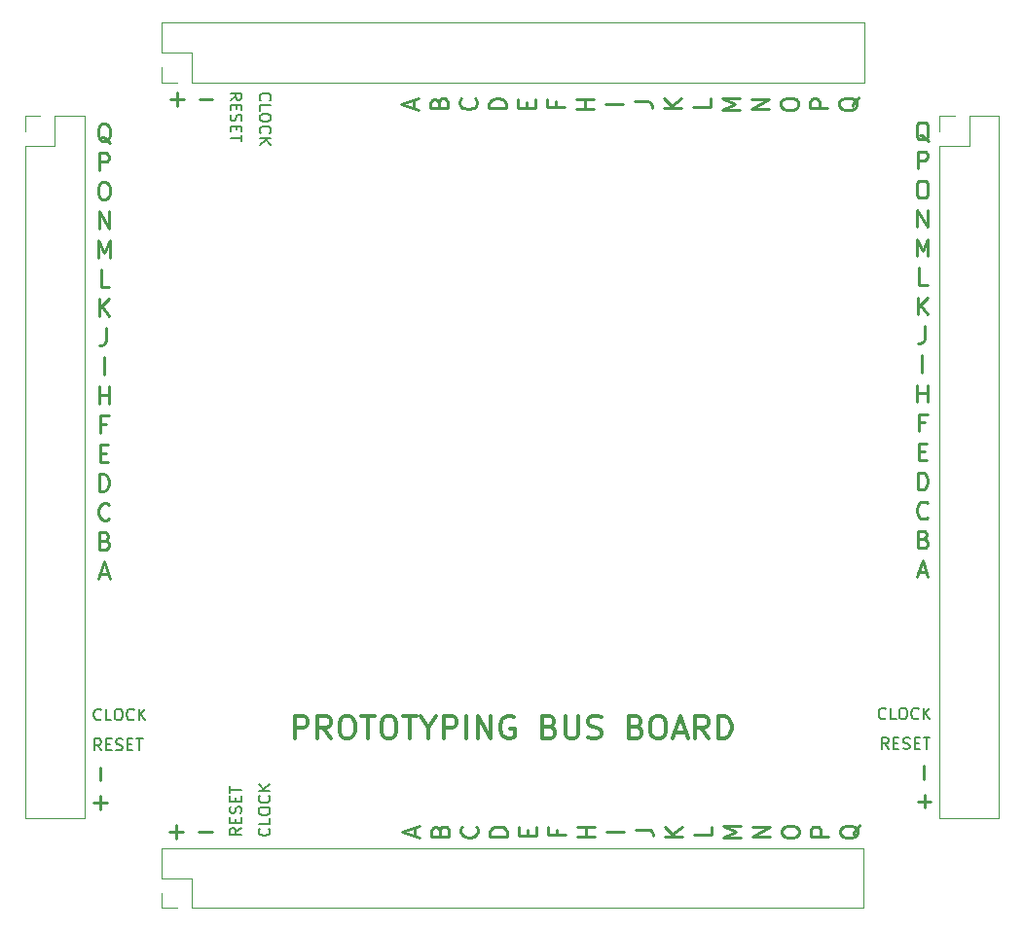
<source format=gbr>
%TF.GenerationSoftware,KiCad,Pcbnew,(5.1.10-1-10_14)*%
%TF.CreationDate,2021-09-15T12:17:34-04:00*%
%TF.ProjectId,prototype-bus-board,70726f74-6f74-4797-9065-2d6275732d62,rev?*%
%TF.SameCoordinates,Original*%
%TF.FileFunction,Legend,Top*%
%TF.FilePolarity,Positive*%
%FSLAX46Y46*%
G04 Gerber Fmt 4.6, Leading zero omitted, Abs format (unit mm)*
G04 Created by KiCad (PCBNEW (5.1.10-1-10_14)) date 2021-09-15 12:17:34*
%MOMM*%
%LPD*%
G01*
G04 APERTURE LIST*
%ADD10C,0.300000*%
%ADD11C,0.250000*%
%ADD12C,0.150000*%
%ADD13C,0.120000*%
G04 APERTURE END LIST*
D10*
X200617619Y-119414761D02*
X200617619Y-117414761D01*
X201379523Y-117414761D01*
X201570000Y-117510000D01*
X201665238Y-117605238D01*
X201760476Y-117795714D01*
X201760476Y-118081428D01*
X201665238Y-118271904D01*
X201570000Y-118367142D01*
X201379523Y-118462380D01*
X200617619Y-118462380D01*
X203760476Y-119414761D02*
X203093809Y-118462380D01*
X202617619Y-119414761D02*
X202617619Y-117414761D01*
X203379523Y-117414761D01*
X203570000Y-117510000D01*
X203665238Y-117605238D01*
X203760476Y-117795714D01*
X203760476Y-118081428D01*
X203665238Y-118271904D01*
X203570000Y-118367142D01*
X203379523Y-118462380D01*
X202617619Y-118462380D01*
X204998571Y-117414761D02*
X205379523Y-117414761D01*
X205570000Y-117510000D01*
X205760476Y-117700476D01*
X205855714Y-118081428D01*
X205855714Y-118748095D01*
X205760476Y-119129047D01*
X205570000Y-119319523D01*
X205379523Y-119414761D01*
X204998571Y-119414761D01*
X204808095Y-119319523D01*
X204617619Y-119129047D01*
X204522380Y-118748095D01*
X204522380Y-118081428D01*
X204617619Y-117700476D01*
X204808095Y-117510000D01*
X204998571Y-117414761D01*
X206427142Y-117414761D02*
X207570000Y-117414761D01*
X206998571Y-119414761D02*
X206998571Y-117414761D01*
X208617619Y-117414761D02*
X208998571Y-117414761D01*
X209189047Y-117510000D01*
X209379523Y-117700476D01*
X209474761Y-118081428D01*
X209474761Y-118748095D01*
X209379523Y-119129047D01*
X209189047Y-119319523D01*
X208998571Y-119414761D01*
X208617619Y-119414761D01*
X208427142Y-119319523D01*
X208236666Y-119129047D01*
X208141428Y-118748095D01*
X208141428Y-118081428D01*
X208236666Y-117700476D01*
X208427142Y-117510000D01*
X208617619Y-117414761D01*
X210046190Y-117414761D02*
X211189047Y-117414761D01*
X210617619Y-119414761D02*
X210617619Y-117414761D01*
X212236666Y-118462380D02*
X212236666Y-119414761D01*
X211570000Y-117414761D02*
X212236666Y-118462380D01*
X212903333Y-117414761D01*
X213570000Y-119414761D02*
X213570000Y-117414761D01*
X214331904Y-117414761D01*
X214522380Y-117510000D01*
X214617619Y-117605238D01*
X214712857Y-117795714D01*
X214712857Y-118081428D01*
X214617619Y-118271904D01*
X214522380Y-118367142D01*
X214331904Y-118462380D01*
X213570000Y-118462380D01*
X215570000Y-119414761D02*
X215570000Y-117414761D01*
X216522380Y-119414761D02*
X216522380Y-117414761D01*
X217665238Y-119414761D01*
X217665238Y-117414761D01*
X219665238Y-117510000D02*
X219474761Y-117414761D01*
X219189047Y-117414761D01*
X218903333Y-117510000D01*
X218712857Y-117700476D01*
X218617619Y-117890952D01*
X218522380Y-118271904D01*
X218522380Y-118557619D01*
X218617619Y-118938571D01*
X218712857Y-119129047D01*
X218903333Y-119319523D01*
X219189047Y-119414761D01*
X219379523Y-119414761D01*
X219665238Y-119319523D01*
X219760476Y-119224285D01*
X219760476Y-118557619D01*
X219379523Y-118557619D01*
X222808095Y-118367142D02*
X223093809Y-118462380D01*
X223189047Y-118557619D01*
X223284285Y-118748095D01*
X223284285Y-119033809D01*
X223189047Y-119224285D01*
X223093809Y-119319523D01*
X222903333Y-119414761D01*
X222141428Y-119414761D01*
X222141428Y-117414761D01*
X222808095Y-117414761D01*
X222998571Y-117510000D01*
X223093809Y-117605238D01*
X223189047Y-117795714D01*
X223189047Y-117986190D01*
X223093809Y-118176666D01*
X222998571Y-118271904D01*
X222808095Y-118367142D01*
X222141428Y-118367142D01*
X224141428Y-117414761D02*
X224141428Y-119033809D01*
X224236666Y-119224285D01*
X224331904Y-119319523D01*
X224522380Y-119414761D01*
X224903333Y-119414761D01*
X225093809Y-119319523D01*
X225189047Y-119224285D01*
X225284285Y-119033809D01*
X225284285Y-117414761D01*
X226141428Y-119319523D02*
X226427142Y-119414761D01*
X226903333Y-119414761D01*
X227093809Y-119319523D01*
X227189047Y-119224285D01*
X227284285Y-119033809D01*
X227284285Y-118843333D01*
X227189047Y-118652857D01*
X227093809Y-118557619D01*
X226903333Y-118462380D01*
X226522380Y-118367142D01*
X226331904Y-118271904D01*
X226236666Y-118176666D01*
X226141428Y-117986190D01*
X226141428Y-117795714D01*
X226236666Y-117605238D01*
X226331904Y-117510000D01*
X226522380Y-117414761D01*
X226998571Y-117414761D01*
X227284285Y-117510000D01*
X230331904Y-118367142D02*
X230617619Y-118462380D01*
X230712857Y-118557619D01*
X230808095Y-118748095D01*
X230808095Y-119033809D01*
X230712857Y-119224285D01*
X230617619Y-119319523D01*
X230427142Y-119414761D01*
X229665238Y-119414761D01*
X229665238Y-117414761D01*
X230331904Y-117414761D01*
X230522380Y-117510000D01*
X230617619Y-117605238D01*
X230712857Y-117795714D01*
X230712857Y-117986190D01*
X230617619Y-118176666D01*
X230522380Y-118271904D01*
X230331904Y-118367142D01*
X229665238Y-118367142D01*
X232046190Y-117414761D02*
X232427142Y-117414761D01*
X232617619Y-117510000D01*
X232808095Y-117700476D01*
X232903333Y-118081428D01*
X232903333Y-118748095D01*
X232808095Y-119129047D01*
X232617619Y-119319523D01*
X232427142Y-119414761D01*
X232046190Y-119414761D01*
X231855714Y-119319523D01*
X231665238Y-119129047D01*
X231570000Y-118748095D01*
X231570000Y-118081428D01*
X231665238Y-117700476D01*
X231855714Y-117510000D01*
X232046190Y-117414761D01*
X233665238Y-118843333D02*
X234617619Y-118843333D01*
X233474761Y-119414761D02*
X234141428Y-117414761D01*
X234808095Y-119414761D01*
X236617619Y-119414761D02*
X235950952Y-118462380D01*
X235474761Y-119414761D02*
X235474761Y-117414761D01*
X236236666Y-117414761D01*
X236427142Y-117510000D01*
X236522380Y-117605238D01*
X236617619Y-117795714D01*
X236617619Y-118081428D01*
X236522380Y-118271904D01*
X236427142Y-118367142D01*
X236236666Y-118462380D01*
X235474761Y-118462380D01*
X237474761Y-119414761D02*
X237474761Y-117414761D01*
X237950952Y-117414761D01*
X238236666Y-117510000D01*
X238427142Y-117700476D01*
X238522380Y-117890952D01*
X238617619Y-118271904D01*
X238617619Y-118557619D01*
X238522380Y-118938571D01*
X238427142Y-119129047D01*
X238236666Y-119319523D01*
X237950952Y-119414761D01*
X237474761Y-119414761D01*
D11*
X183627142Y-97862571D02*
X183627142Y-96362571D01*
X183984285Y-96362571D01*
X184198571Y-96434000D01*
X184341428Y-96576857D01*
X184412857Y-96719714D01*
X184484285Y-97005428D01*
X184484285Y-97219714D01*
X184412857Y-97505428D01*
X184341428Y-97648285D01*
X184198571Y-97791142D01*
X183984285Y-97862571D01*
X183627142Y-97862571D01*
X184127142Y-102156857D02*
X184341428Y-102228285D01*
X184412857Y-102299714D01*
X184484285Y-102442571D01*
X184484285Y-102656857D01*
X184412857Y-102799714D01*
X184341428Y-102871142D01*
X184198571Y-102942571D01*
X183627142Y-102942571D01*
X183627142Y-101442571D01*
X184127142Y-101442571D01*
X184270000Y-101514000D01*
X184341428Y-101585428D01*
X184412857Y-101728285D01*
X184412857Y-101871142D01*
X184341428Y-102014000D01*
X184270000Y-102085428D01*
X184127142Y-102156857D01*
X183627142Y-102156857D01*
X184020000Y-87702571D02*
X184020000Y-86202571D01*
X183627142Y-69922571D02*
X183627142Y-68422571D01*
X184198571Y-68422571D01*
X184341428Y-68494000D01*
X184412857Y-68565428D01*
X184484285Y-68708285D01*
X184484285Y-68922571D01*
X184412857Y-69065428D01*
X184341428Y-69136857D01*
X184198571Y-69208285D01*
X183627142Y-69208285D01*
X183698571Y-94536857D02*
X184198571Y-94536857D01*
X184412857Y-95322571D02*
X183698571Y-95322571D01*
X183698571Y-93822571D01*
X184412857Y-93822571D01*
X183662857Y-105054000D02*
X184377142Y-105054000D01*
X183520000Y-105482571D02*
X184020000Y-103982571D01*
X184520000Y-105482571D01*
X184484285Y-100259714D02*
X184412857Y-100331142D01*
X184198571Y-100402571D01*
X184055714Y-100402571D01*
X183841428Y-100331142D01*
X183698571Y-100188285D01*
X183627142Y-100045428D01*
X183555714Y-99759714D01*
X183555714Y-99545428D01*
X183627142Y-99259714D01*
X183698571Y-99116857D01*
X183841428Y-98974000D01*
X184055714Y-98902571D01*
X184198571Y-98902571D01*
X184412857Y-98974000D01*
X184484285Y-99045428D01*
X183591428Y-90242571D02*
X183591428Y-88742571D01*
X183591428Y-89456857D02*
X184448571Y-89456857D01*
X184448571Y-90242571D02*
X184448571Y-88742571D01*
X184234285Y-91996857D02*
X183734285Y-91996857D01*
X183734285Y-92782571D02*
X183734285Y-91282571D01*
X184448571Y-91282571D01*
X183627142Y-82622571D02*
X183627142Y-81122571D01*
X184484285Y-82622571D02*
X183841428Y-81765428D01*
X184484285Y-81122571D02*
X183627142Y-81979714D01*
X184591428Y-67525428D02*
X184448571Y-67454000D01*
X184305714Y-67311142D01*
X184091428Y-67096857D01*
X183948571Y-67025428D01*
X183805714Y-67025428D01*
X183877142Y-67382571D02*
X183734285Y-67311142D01*
X183591428Y-67168285D01*
X183520000Y-66882571D01*
X183520000Y-66382571D01*
X183591428Y-66096857D01*
X183734285Y-65954000D01*
X183877142Y-65882571D01*
X184162857Y-65882571D01*
X184305714Y-65954000D01*
X184448571Y-66096857D01*
X184520000Y-66382571D01*
X184520000Y-66882571D01*
X184448571Y-67168285D01*
X184305714Y-67311142D01*
X184162857Y-67382571D01*
X183877142Y-67382571D01*
X183520000Y-77542571D02*
X183520000Y-76042571D01*
X184020000Y-77114000D01*
X184520000Y-76042571D01*
X184520000Y-77542571D01*
X184484285Y-80082571D02*
X183770000Y-80082571D01*
X183770000Y-78582571D01*
X184234285Y-83662571D02*
X184234285Y-84734000D01*
X184162857Y-84948285D01*
X184020000Y-85091142D01*
X183805714Y-85162571D01*
X183662857Y-85162571D01*
X183877142Y-70962571D02*
X184162857Y-70962571D01*
X184305714Y-71034000D01*
X184448571Y-71176857D01*
X184520000Y-71462571D01*
X184520000Y-71962571D01*
X184448571Y-72248285D01*
X184305714Y-72391142D01*
X184162857Y-72462571D01*
X183877142Y-72462571D01*
X183734285Y-72391142D01*
X183591428Y-72248285D01*
X183520000Y-71962571D01*
X183520000Y-71462571D01*
X183591428Y-71176857D01*
X183734285Y-71034000D01*
X183877142Y-70962571D01*
X183591428Y-75002571D02*
X183591428Y-73502571D01*
X184448571Y-75002571D01*
X184448571Y-73502571D01*
X255781428Y-67395428D02*
X255638571Y-67324000D01*
X255495714Y-67181142D01*
X255281428Y-66966857D01*
X255138571Y-66895428D01*
X254995714Y-66895428D01*
X255067142Y-67252571D02*
X254924285Y-67181142D01*
X254781428Y-67038285D01*
X254710000Y-66752571D01*
X254710000Y-66252571D01*
X254781428Y-65966857D01*
X254924285Y-65824000D01*
X255067142Y-65752571D01*
X255352857Y-65752571D01*
X255495714Y-65824000D01*
X255638571Y-65966857D01*
X255710000Y-66252571D01*
X255710000Y-66752571D01*
X255638571Y-67038285D01*
X255495714Y-67181142D01*
X255352857Y-67252571D01*
X255067142Y-67252571D01*
X255067142Y-70832571D02*
X255352857Y-70832571D01*
X255495714Y-70904000D01*
X255638571Y-71046857D01*
X255710000Y-71332571D01*
X255710000Y-71832571D01*
X255638571Y-72118285D01*
X255495714Y-72261142D01*
X255352857Y-72332571D01*
X255067142Y-72332571D01*
X254924285Y-72261142D01*
X254781428Y-72118285D01*
X254710000Y-71832571D01*
X254710000Y-71332571D01*
X254781428Y-71046857D01*
X254924285Y-70904000D01*
X255067142Y-70832571D01*
X254710000Y-77412571D02*
X254710000Y-75912571D01*
X255210000Y-76984000D01*
X255710000Y-75912571D01*
X255710000Y-77412571D01*
X255674285Y-100129714D02*
X255602857Y-100201142D01*
X255388571Y-100272571D01*
X255245714Y-100272571D01*
X255031428Y-100201142D01*
X254888571Y-100058285D01*
X254817142Y-99915428D01*
X254745714Y-99629714D01*
X254745714Y-99415428D01*
X254817142Y-99129714D01*
X254888571Y-98986857D01*
X255031428Y-98844000D01*
X255245714Y-98772571D01*
X255388571Y-98772571D01*
X255602857Y-98844000D01*
X255674285Y-98915428D01*
X254781428Y-90112571D02*
X254781428Y-88612571D01*
X254781428Y-89326857D02*
X255638571Y-89326857D01*
X255638571Y-90112571D02*
X255638571Y-88612571D01*
X255654285Y-79926571D02*
X254940000Y-79926571D01*
X254940000Y-78426571D01*
X254888571Y-94406857D02*
X255388571Y-94406857D01*
X255602857Y-95192571D02*
X254888571Y-95192571D01*
X254888571Y-93692571D01*
X255602857Y-93692571D01*
X254852857Y-104924000D02*
X255567142Y-104924000D01*
X254710000Y-105352571D02*
X255210000Y-103852571D01*
X255710000Y-105352571D01*
X255424285Y-91866857D02*
X254924285Y-91866857D01*
X254924285Y-92652571D02*
X254924285Y-91152571D01*
X255638571Y-91152571D01*
X254817142Y-82492571D02*
X254817142Y-80992571D01*
X255674285Y-82492571D02*
X255031428Y-81635428D01*
X255674285Y-80992571D02*
X254817142Y-81849714D01*
X255404285Y-83506571D02*
X255404285Y-84578000D01*
X255332857Y-84792285D01*
X255190000Y-84935142D01*
X254975714Y-85006571D01*
X254832857Y-85006571D01*
X255190000Y-87546571D02*
X255190000Y-86046571D01*
X254817142Y-69792571D02*
X254817142Y-68292571D01*
X255388571Y-68292571D01*
X255531428Y-68364000D01*
X255602857Y-68435428D01*
X255674285Y-68578285D01*
X255674285Y-68792571D01*
X255602857Y-68935428D01*
X255531428Y-69006857D01*
X255388571Y-69078285D01*
X254817142Y-69078285D01*
X255317142Y-102026857D02*
X255531428Y-102098285D01*
X255602857Y-102169714D01*
X255674285Y-102312571D01*
X255674285Y-102526857D01*
X255602857Y-102669714D01*
X255531428Y-102741142D01*
X255388571Y-102812571D01*
X254817142Y-102812571D01*
X254817142Y-101312571D01*
X255317142Y-101312571D01*
X255460000Y-101384000D01*
X255531428Y-101455428D01*
X255602857Y-101598285D01*
X255602857Y-101741142D01*
X255531428Y-101884000D01*
X255460000Y-101955428D01*
X255317142Y-102026857D01*
X254817142Y-102026857D01*
X254817142Y-97732571D02*
X254817142Y-96232571D01*
X255174285Y-96232571D01*
X255388571Y-96304000D01*
X255531428Y-96446857D01*
X255602857Y-96589714D01*
X255674285Y-96875428D01*
X255674285Y-97089714D01*
X255602857Y-97375428D01*
X255531428Y-97518285D01*
X255388571Y-97661142D01*
X255174285Y-97732571D01*
X254817142Y-97732571D01*
X254781428Y-74872571D02*
X254781428Y-73372571D01*
X255638571Y-74872571D01*
X255638571Y-73372571D01*
X211050000Y-127867142D02*
X211050000Y-127152857D01*
X211478571Y-128010000D02*
X209978571Y-127510000D01*
X211478571Y-127010000D01*
X247038571Y-127902857D02*
X245538571Y-127902857D01*
X245538571Y-127331428D01*
X245610000Y-127188571D01*
X245681428Y-127117142D01*
X245824285Y-127045714D01*
X246038571Y-127045714D01*
X246181428Y-127117142D01*
X246252857Y-127188571D01*
X246324285Y-127331428D01*
X246324285Y-127902857D01*
X241958571Y-127938571D02*
X240458571Y-127938571D01*
X241958571Y-127081428D01*
X240458571Y-127081428D01*
X226718571Y-127938571D02*
X225218571Y-127938571D01*
X225932857Y-127938571D02*
X225932857Y-127081428D01*
X226718571Y-127081428D02*
X225218571Y-127081428D01*
X213232857Y-127402857D02*
X213304285Y-127188571D01*
X213375714Y-127117142D01*
X213518571Y-127045714D01*
X213732857Y-127045714D01*
X213875714Y-127117142D01*
X213947142Y-127188571D01*
X214018571Y-127331428D01*
X214018571Y-127902857D01*
X212518571Y-127902857D01*
X212518571Y-127402857D01*
X212590000Y-127260000D01*
X212661428Y-127188571D01*
X212804285Y-127117142D01*
X212947142Y-127117142D01*
X213090000Y-127188571D01*
X213161428Y-127260000D01*
X213232857Y-127402857D01*
X213232857Y-127902857D01*
X219098571Y-127902857D02*
X217598571Y-127902857D01*
X217598571Y-127545714D01*
X217670000Y-127331428D01*
X217812857Y-127188571D01*
X217955714Y-127117142D01*
X218241428Y-127045714D01*
X218455714Y-127045714D01*
X218741428Y-127117142D01*
X218884285Y-127188571D01*
X219027142Y-127331428D01*
X219098571Y-127545714D01*
X219098571Y-127902857D01*
X234338571Y-127902857D02*
X232838571Y-127902857D01*
X234338571Y-127045714D02*
X233481428Y-127688571D01*
X232838571Y-127045714D02*
X233695714Y-127902857D01*
X230298571Y-127295714D02*
X231370000Y-127295714D01*
X231584285Y-127367142D01*
X231727142Y-127510000D01*
X231798571Y-127724285D01*
X231798571Y-127867142D01*
X216415714Y-127045714D02*
X216487142Y-127117142D01*
X216558571Y-127331428D01*
X216558571Y-127474285D01*
X216487142Y-127688571D01*
X216344285Y-127831428D01*
X216201428Y-127902857D01*
X215915714Y-127974285D01*
X215701428Y-127974285D01*
X215415714Y-127902857D01*
X215272857Y-127831428D01*
X215130000Y-127688571D01*
X215058571Y-127474285D01*
X215058571Y-127331428D01*
X215130000Y-127117142D01*
X215201428Y-127045714D01*
X239418571Y-128010000D02*
X237918571Y-128010000D01*
X238990000Y-127510000D01*
X237918571Y-127010000D01*
X239418571Y-127010000D01*
X229258571Y-127510000D02*
X227758571Y-127510000D01*
X223392857Y-127295714D02*
X223392857Y-127795714D01*
X224178571Y-127795714D02*
X222678571Y-127795714D01*
X222678571Y-127081428D01*
X249721428Y-126938571D02*
X249650000Y-127081428D01*
X249507142Y-127224285D01*
X249292857Y-127438571D01*
X249221428Y-127581428D01*
X249221428Y-127724285D01*
X249578571Y-127652857D02*
X249507142Y-127795714D01*
X249364285Y-127938571D01*
X249078571Y-128010000D01*
X248578571Y-128010000D01*
X248292857Y-127938571D01*
X248150000Y-127795714D01*
X248078571Y-127652857D01*
X248078571Y-127367142D01*
X248150000Y-127224285D01*
X248292857Y-127081428D01*
X248578571Y-127010000D01*
X249078571Y-127010000D01*
X249364285Y-127081428D01*
X249507142Y-127224285D01*
X249578571Y-127367142D01*
X249578571Y-127652857D01*
X242998571Y-127652857D02*
X242998571Y-127367142D01*
X243070000Y-127224285D01*
X243212857Y-127081428D01*
X243498571Y-127010000D01*
X243998571Y-127010000D01*
X244284285Y-127081428D01*
X244427142Y-127224285D01*
X244498571Y-127367142D01*
X244498571Y-127652857D01*
X244427142Y-127795714D01*
X244284285Y-127938571D01*
X243998571Y-128010000D01*
X243498571Y-128010000D01*
X243212857Y-127938571D01*
X243070000Y-127795714D01*
X242998571Y-127652857D01*
X220852857Y-127831428D02*
X220852857Y-127331428D01*
X221638571Y-127117142D02*
X221638571Y-127831428D01*
X220138571Y-127831428D01*
X220138571Y-127117142D01*
X236878571Y-127045714D02*
X236878571Y-127760000D01*
X235378571Y-127760000D01*
X249641428Y-63588571D02*
X249570000Y-63731428D01*
X249427142Y-63874285D01*
X249212857Y-64088571D01*
X249141428Y-64231428D01*
X249141428Y-64374285D01*
X249498571Y-64302857D02*
X249427142Y-64445714D01*
X249284285Y-64588571D01*
X248998571Y-64660000D01*
X248498571Y-64660000D01*
X248212857Y-64588571D01*
X248070000Y-64445714D01*
X247998571Y-64302857D01*
X247998571Y-64017142D01*
X248070000Y-63874285D01*
X248212857Y-63731428D01*
X248498571Y-63660000D01*
X248998571Y-63660000D01*
X249284285Y-63731428D01*
X249427142Y-63874285D01*
X249498571Y-64017142D01*
X249498571Y-64302857D01*
X246958571Y-64552857D02*
X245458571Y-64552857D01*
X245458571Y-63981428D01*
X245530000Y-63838571D01*
X245601428Y-63767142D01*
X245744285Y-63695714D01*
X245958571Y-63695714D01*
X246101428Y-63767142D01*
X246172857Y-63838571D01*
X246244285Y-63981428D01*
X246244285Y-64552857D01*
X242918571Y-64302857D02*
X242918571Y-64017142D01*
X242990000Y-63874285D01*
X243132857Y-63731428D01*
X243418571Y-63660000D01*
X243918571Y-63660000D01*
X244204285Y-63731428D01*
X244347142Y-63874285D01*
X244418571Y-64017142D01*
X244418571Y-64302857D01*
X244347142Y-64445714D01*
X244204285Y-64588571D01*
X243918571Y-64660000D01*
X243418571Y-64660000D01*
X243132857Y-64588571D01*
X242990000Y-64445714D01*
X242918571Y-64302857D01*
X241878571Y-64588571D02*
X240378571Y-64588571D01*
X241878571Y-63731428D01*
X240378571Y-63731428D01*
X239338571Y-64660000D02*
X237838571Y-64660000D01*
X238910000Y-64160000D01*
X237838571Y-63660000D01*
X239338571Y-63660000D01*
X236798571Y-63695714D02*
X236798571Y-64410000D01*
X235298571Y-64410000D01*
X234258571Y-64552857D02*
X232758571Y-64552857D01*
X234258571Y-63695714D02*
X233401428Y-64338571D01*
X232758571Y-63695714D02*
X233615714Y-64552857D01*
X230218571Y-63945714D02*
X231290000Y-63945714D01*
X231504285Y-64017142D01*
X231647142Y-64160000D01*
X231718571Y-64374285D01*
X231718571Y-64517142D01*
X229178571Y-64160000D02*
X227678571Y-64160000D01*
X226638571Y-64588571D02*
X225138571Y-64588571D01*
X225852857Y-64588571D02*
X225852857Y-63731428D01*
X226638571Y-63731428D02*
X225138571Y-63731428D01*
X223312857Y-63945714D02*
X223312857Y-64445714D01*
X224098571Y-64445714D02*
X222598571Y-64445714D01*
X222598571Y-63731428D01*
X220772857Y-64481428D02*
X220772857Y-63981428D01*
X221558571Y-63767142D02*
X221558571Y-64481428D01*
X220058571Y-64481428D01*
X220058571Y-63767142D01*
X219018571Y-64552857D02*
X217518571Y-64552857D01*
X217518571Y-64195714D01*
X217590000Y-63981428D01*
X217732857Y-63838571D01*
X217875714Y-63767142D01*
X218161428Y-63695714D01*
X218375714Y-63695714D01*
X218661428Y-63767142D01*
X218804285Y-63838571D01*
X218947142Y-63981428D01*
X219018571Y-64195714D01*
X219018571Y-64552857D01*
X216335714Y-63695714D02*
X216407142Y-63767142D01*
X216478571Y-63981428D01*
X216478571Y-64124285D01*
X216407142Y-64338571D01*
X216264285Y-64481428D01*
X216121428Y-64552857D01*
X215835714Y-64624285D01*
X215621428Y-64624285D01*
X215335714Y-64552857D01*
X215192857Y-64481428D01*
X215050000Y-64338571D01*
X214978571Y-64124285D01*
X214978571Y-63981428D01*
X215050000Y-63767142D01*
X215121428Y-63695714D01*
X213152857Y-64052857D02*
X213224285Y-63838571D01*
X213295714Y-63767142D01*
X213438571Y-63695714D01*
X213652857Y-63695714D01*
X213795714Y-63767142D01*
X213867142Y-63838571D01*
X213938571Y-63981428D01*
X213938571Y-64552857D01*
X212438571Y-64552857D01*
X212438571Y-64052857D01*
X212510000Y-63910000D01*
X212581428Y-63838571D01*
X212724285Y-63767142D01*
X212867142Y-63767142D01*
X213010000Y-63838571D01*
X213081428Y-63910000D01*
X213152857Y-64052857D01*
X213152857Y-64552857D01*
X210970000Y-64517142D02*
X210970000Y-63802857D01*
X211398571Y-64660000D02*
X209898571Y-64160000D01*
X211398571Y-63660000D01*
D12*
X198377142Y-127219047D02*
X198424761Y-127266666D01*
X198472380Y-127409523D01*
X198472380Y-127504761D01*
X198424761Y-127647619D01*
X198329523Y-127742857D01*
X198234285Y-127790476D01*
X198043809Y-127838095D01*
X197900952Y-127838095D01*
X197710476Y-127790476D01*
X197615238Y-127742857D01*
X197520000Y-127647619D01*
X197472380Y-127504761D01*
X197472380Y-127409523D01*
X197520000Y-127266666D01*
X197567619Y-127219047D01*
X198472380Y-126314285D02*
X198472380Y-126790476D01*
X197472380Y-126790476D01*
X197472380Y-125790476D02*
X197472380Y-125600000D01*
X197520000Y-125504761D01*
X197615238Y-125409523D01*
X197805714Y-125361904D01*
X198139047Y-125361904D01*
X198329523Y-125409523D01*
X198424761Y-125504761D01*
X198472380Y-125600000D01*
X198472380Y-125790476D01*
X198424761Y-125885714D01*
X198329523Y-125980952D01*
X198139047Y-126028571D01*
X197805714Y-126028571D01*
X197615238Y-125980952D01*
X197520000Y-125885714D01*
X197472380Y-125790476D01*
X198377142Y-124361904D02*
X198424761Y-124409523D01*
X198472380Y-124552380D01*
X198472380Y-124647619D01*
X198424761Y-124790476D01*
X198329523Y-124885714D01*
X198234285Y-124933333D01*
X198043809Y-124980952D01*
X197900952Y-124980952D01*
X197710476Y-124933333D01*
X197615238Y-124885714D01*
X197520000Y-124790476D01*
X197472380Y-124647619D01*
X197472380Y-124552380D01*
X197520000Y-124409523D01*
X197567619Y-124361904D01*
X198472380Y-123933333D02*
X197472380Y-123933333D01*
X198472380Y-123361904D02*
X197900952Y-123790476D01*
X197472380Y-123361904D02*
X198043809Y-123933333D01*
X197652857Y-63840952D02*
X197605238Y-63793333D01*
X197557619Y-63650476D01*
X197557619Y-63555238D01*
X197605238Y-63412380D01*
X197700476Y-63317142D01*
X197795714Y-63269523D01*
X197986190Y-63221904D01*
X198129047Y-63221904D01*
X198319523Y-63269523D01*
X198414761Y-63317142D01*
X198510000Y-63412380D01*
X198557619Y-63555238D01*
X198557619Y-63650476D01*
X198510000Y-63793333D01*
X198462380Y-63840952D01*
X197557619Y-64745714D02*
X197557619Y-64269523D01*
X198557619Y-64269523D01*
X198557619Y-65269523D02*
X198557619Y-65460000D01*
X198510000Y-65555238D01*
X198414761Y-65650476D01*
X198224285Y-65698095D01*
X197890952Y-65698095D01*
X197700476Y-65650476D01*
X197605238Y-65555238D01*
X197557619Y-65460000D01*
X197557619Y-65269523D01*
X197605238Y-65174285D01*
X197700476Y-65079047D01*
X197890952Y-65031428D01*
X198224285Y-65031428D01*
X198414761Y-65079047D01*
X198510000Y-65174285D01*
X198557619Y-65269523D01*
X197652857Y-66698095D02*
X197605238Y-66650476D01*
X197557619Y-66507619D01*
X197557619Y-66412380D01*
X197605238Y-66269523D01*
X197700476Y-66174285D01*
X197795714Y-66126666D01*
X197986190Y-66079047D01*
X198129047Y-66079047D01*
X198319523Y-66126666D01*
X198414761Y-66174285D01*
X198510000Y-66269523D01*
X198557619Y-66412380D01*
X198557619Y-66507619D01*
X198510000Y-66650476D01*
X198462380Y-66698095D01*
X197557619Y-67126666D02*
X198557619Y-67126666D01*
X197557619Y-67698095D02*
X198129047Y-67269523D01*
X198557619Y-67698095D02*
X197986190Y-67126666D01*
X183770952Y-117705142D02*
X183723333Y-117752761D01*
X183580476Y-117800380D01*
X183485238Y-117800380D01*
X183342380Y-117752761D01*
X183247142Y-117657523D01*
X183199523Y-117562285D01*
X183151904Y-117371809D01*
X183151904Y-117228952D01*
X183199523Y-117038476D01*
X183247142Y-116943238D01*
X183342380Y-116848000D01*
X183485238Y-116800380D01*
X183580476Y-116800380D01*
X183723333Y-116848000D01*
X183770952Y-116895619D01*
X184675714Y-117800380D02*
X184199523Y-117800380D01*
X184199523Y-116800380D01*
X185199523Y-116800380D02*
X185390000Y-116800380D01*
X185485238Y-116848000D01*
X185580476Y-116943238D01*
X185628095Y-117133714D01*
X185628095Y-117467047D01*
X185580476Y-117657523D01*
X185485238Y-117752761D01*
X185390000Y-117800380D01*
X185199523Y-117800380D01*
X185104285Y-117752761D01*
X185009047Y-117657523D01*
X184961428Y-117467047D01*
X184961428Y-117133714D01*
X185009047Y-116943238D01*
X185104285Y-116848000D01*
X185199523Y-116800380D01*
X186628095Y-117705142D02*
X186580476Y-117752761D01*
X186437619Y-117800380D01*
X186342380Y-117800380D01*
X186199523Y-117752761D01*
X186104285Y-117657523D01*
X186056666Y-117562285D01*
X186009047Y-117371809D01*
X186009047Y-117228952D01*
X186056666Y-117038476D01*
X186104285Y-116943238D01*
X186199523Y-116848000D01*
X186342380Y-116800380D01*
X186437619Y-116800380D01*
X186580476Y-116848000D01*
X186628095Y-116895619D01*
X187056666Y-117800380D02*
X187056666Y-116800380D01*
X187628095Y-117800380D02*
X187199523Y-117228952D01*
X187628095Y-116800380D02*
X187056666Y-117371809D01*
X252020952Y-117617142D02*
X251973333Y-117664761D01*
X251830476Y-117712380D01*
X251735238Y-117712380D01*
X251592380Y-117664761D01*
X251497142Y-117569523D01*
X251449523Y-117474285D01*
X251401904Y-117283809D01*
X251401904Y-117140952D01*
X251449523Y-116950476D01*
X251497142Y-116855238D01*
X251592380Y-116760000D01*
X251735238Y-116712380D01*
X251830476Y-116712380D01*
X251973333Y-116760000D01*
X252020952Y-116807619D01*
X252925714Y-117712380D02*
X252449523Y-117712380D01*
X252449523Y-116712380D01*
X253449523Y-116712380D02*
X253640000Y-116712380D01*
X253735238Y-116760000D01*
X253830476Y-116855238D01*
X253878095Y-117045714D01*
X253878095Y-117379047D01*
X253830476Y-117569523D01*
X253735238Y-117664761D01*
X253640000Y-117712380D01*
X253449523Y-117712380D01*
X253354285Y-117664761D01*
X253259047Y-117569523D01*
X253211428Y-117379047D01*
X253211428Y-117045714D01*
X253259047Y-116855238D01*
X253354285Y-116760000D01*
X253449523Y-116712380D01*
X254878095Y-117617142D02*
X254830476Y-117664761D01*
X254687619Y-117712380D01*
X254592380Y-117712380D01*
X254449523Y-117664761D01*
X254354285Y-117569523D01*
X254306666Y-117474285D01*
X254259047Y-117283809D01*
X254259047Y-117140952D01*
X254306666Y-116950476D01*
X254354285Y-116855238D01*
X254449523Y-116760000D01*
X254592380Y-116712380D01*
X254687619Y-116712380D01*
X254830476Y-116760000D01*
X254878095Y-116807619D01*
X255306666Y-117712380D02*
X255306666Y-116712380D01*
X255878095Y-117712380D02*
X255449523Y-117140952D01*
X255878095Y-116712380D02*
X255306666Y-117283809D01*
X252257619Y-120312380D02*
X251924285Y-119836190D01*
X251686190Y-120312380D02*
X251686190Y-119312380D01*
X252067142Y-119312380D01*
X252162380Y-119360000D01*
X252210000Y-119407619D01*
X252257619Y-119502857D01*
X252257619Y-119645714D01*
X252210000Y-119740952D01*
X252162380Y-119788571D01*
X252067142Y-119836190D01*
X251686190Y-119836190D01*
X252686190Y-119788571D02*
X253019523Y-119788571D01*
X253162380Y-120312380D02*
X252686190Y-120312380D01*
X252686190Y-119312380D01*
X253162380Y-119312380D01*
X253543333Y-120264761D02*
X253686190Y-120312380D01*
X253924285Y-120312380D01*
X254019523Y-120264761D01*
X254067142Y-120217142D01*
X254114761Y-120121904D01*
X254114761Y-120026666D01*
X254067142Y-119931428D01*
X254019523Y-119883809D01*
X253924285Y-119836190D01*
X253733809Y-119788571D01*
X253638571Y-119740952D01*
X253590952Y-119693333D01*
X253543333Y-119598095D01*
X253543333Y-119502857D01*
X253590952Y-119407619D01*
X253638571Y-119360000D01*
X253733809Y-119312380D01*
X253971904Y-119312380D01*
X254114761Y-119360000D01*
X254543333Y-119788571D02*
X254876666Y-119788571D01*
X255019523Y-120312380D02*
X254543333Y-120312380D01*
X254543333Y-119312380D01*
X255019523Y-119312380D01*
X255305238Y-119312380D02*
X255876666Y-119312380D01*
X255590952Y-120312380D02*
X255590952Y-119312380D01*
X183777619Y-120416380D02*
X183444285Y-119940190D01*
X183206190Y-120416380D02*
X183206190Y-119416380D01*
X183587142Y-119416380D01*
X183682380Y-119464000D01*
X183730000Y-119511619D01*
X183777619Y-119606857D01*
X183777619Y-119749714D01*
X183730000Y-119844952D01*
X183682380Y-119892571D01*
X183587142Y-119940190D01*
X183206190Y-119940190D01*
X184206190Y-119892571D02*
X184539523Y-119892571D01*
X184682380Y-120416380D02*
X184206190Y-120416380D01*
X184206190Y-119416380D01*
X184682380Y-119416380D01*
X185063333Y-120368761D02*
X185206190Y-120416380D01*
X185444285Y-120416380D01*
X185539523Y-120368761D01*
X185587142Y-120321142D01*
X185634761Y-120225904D01*
X185634761Y-120130666D01*
X185587142Y-120035428D01*
X185539523Y-119987809D01*
X185444285Y-119940190D01*
X185253809Y-119892571D01*
X185158571Y-119844952D01*
X185110952Y-119797333D01*
X185063333Y-119702095D01*
X185063333Y-119606857D01*
X185110952Y-119511619D01*
X185158571Y-119464000D01*
X185253809Y-119416380D01*
X185491904Y-119416380D01*
X185634761Y-119464000D01*
X186063333Y-119892571D02*
X186396666Y-119892571D01*
X186539523Y-120416380D02*
X186063333Y-120416380D01*
X186063333Y-119416380D01*
X186539523Y-119416380D01*
X186825238Y-119416380D02*
X187396666Y-119416380D01*
X187110952Y-120416380D02*
X187110952Y-119416380D01*
X195017619Y-63797619D02*
X195493809Y-63464285D01*
X195017619Y-63226190D02*
X196017619Y-63226190D01*
X196017619Y-63607142D01*
X195970000Y-63702380D01*
X195922380Y-63750000D01*
X195827142Y-63797619D01*
X195684285Y-63797619D01*
X195589047Y-63750000D01*
X195541428Y-63702380D01*
X195493809Y-63607142D01*
X195493809Y-63226190D01*
X195541428Y-64226190D02*
X195541428Y-64559523D01*
X195017619Y-64702380D02*
X195017619Y-64226190D01*
X196017619Y-64226190D01*
X196017619Y-64702380D01*
X195065238Y-65083333D02*
X195017619Y-65226190D01*
X195017619Y-65464285D01*
X195065238Y-65559523D01*
X195112857Y-65607142D01*
X195208095Y-65654761D01*
X195303333Y-65654761D01*
X195398571Y-65607142D01*
X195446190Y-65559523D01*
X195493809Y-65464285D01*
X195541428Y-65273809D01*
X195589047Y-65178571D01*
X195636666Y-65130952D01*
X195731904Y-65083333D01*
X195827142Y-65083333D01*
X195922380Y-65130952D01*
X195970000Y-65178571D01*
X196017619Y-65273809D01*
X196017619Y-65511904D01*
X195970000Y-65654761D01*
X195541428Y-66083333D02*
X195541428Y-66416666D01*
X195017619Y-66559523D02*
X195017619Y-66083333D01*
X196017619Y-66083333D01*
X196017619Y-66559523D01*
X196017619Y-66845238D02*
X196017619Y-67416666D01*
X195017619Y-67130952D02*
X196017619Y-67130952D01*
X195982380Y-127162380D02*
X195506190Y-127495714D01*
X195982380Y-127733809D02*
X194982380Y-127733809D01*
X194982380Y-127352857D01*
X195030000Y-127257619D01*
X195077619Y-127210000D01*
X195172857Y-127162380D01*
X195315714Y-127162380D01*
X195410952Y-127210000D01*
X195458571Y-127257619D01*
X195506190Y-127352857D01*
X195506190Y-127733809D01*
X195458571Y-126733809D02*
X195458571Y-126400476D01*
X195982380Y-126257619D02*
X195982380Y-126733809D01*
X194982380Y-126733809D01*
X194982380Y-126257619D01*
X195934761Y-125876666D02*
X195982380Y-125733809D01*
X195982380Y-125495714D01*
X195934761Y-125400476D01*
X195887142Y-125352857D01*
X195791904Y-125305238D01*
X195696666Y-125305238D01*
X195601428Y-125352857D01*
X195553809Y-125400476D01*
X195506190Y-125495714D01*
X195458571Y-125686190D01*
X195410952Y-125781428D01*
X195363333Y-125829047D01*
X195268095Y-125876666D01*
X195172857Y-125876666D01*
X195077619Y-125829047D01*
X195030000Y-125781428D01*
X194982380Y-125686190D01*
X194982380Y-125448095D01*
X195030000Y-125305238D01*
X195458571Y-124876666D02*
X195458571Y-124543333D01*
X195982380Y-124400476D02*
X195982380Y-124876666D01*
X194982380Y-124876666D01*
X194982380Y-124400476D01*
X194982380Y-124114761D02*
X194982380Y-123543333D01*
X195982380Y-123829047D02*
X194982380Y-123829047D01*
D11*
X192268571Y-127493142D02*
X193411428Y-127493142D01*
X189756571Y-127501142D02*
X190899428Y-127501142D01*
X190328000Y-128072571D02*
X190328000Y-126929714D01*
X189816571Y-63731142D02*
X190959428Y-63731142D01*
X190388000Y-64302571D02*
X190388000Y-63159714D01*
X192328571Y-63723142D02*
X193471428Y-63723142D01*
X183693142Y-123035428D02*
X183693142Y-121892571D01*
X183701142Y-125547428D02*
X183701142Y-124404571D01*
X184272571Y-124976000D02*
X183129714Y-124976000D01*
X255379142Y-125423428D02*
X255379142Y-124280571D01*
X255950571Y-124852000D02*
X254807714Y-124852000D01*
X255371142Y-122911428D02*
X255371142Y-121768571D01*
D13*
%TO.C,J4*%
X189050000Y-62300000D02*
X189050000Y-60970000D01*
X190380000Y-62300000D02*
X189050000Y-62300000D01*
X189050000Y-59700000D02*
X189050000Y-57100000D01*
X191650000Y-59700000D02*
X189050000Y-59700000D01*
X191650000Y-62300000D02*
X191650000Y-59700000D01*
X189050000Y-57100000D02*
X250130000Y-57100000D01*
X191650000Y-62300000D02*
X250130000Y-62300000D01*
X250130000Y-62300000D02*
X250130000Y-57100000D01*
%TO.C,J3*%
X189040000Y-134150000D02*
X189040000Y-132820000D01*
X190370000Y-134150000D02*
X189040000Y-134150000D01*
X189040000Y-131550000D02*
X189040000Y-128950000D01*
X191640000Y-131550000D02*
X189040000Y-131550000D01*
X191640000Y-134150000D02*
X191640000Y-131550000D01*
X189040000Y-128950000D02*
X250120000Y-128950000D01*
X191640000Y-134150000D02*
X250120000Y-134150000D01*
X250120000Y-134150000D02*
X250120000Y-128950000D01*
%TO.C,J2*%
X256690000Y-65210000D02*
X258020000Y-65210000D01*
X256690000Y-66540000D02*
X256690000Y-65210000D01*
X259290000Y-65210000D02*
X261890000Y-65210000D01*
X259290000Y-67810000D02*
X259290000Y-65210000D01*
X256690000Y-67810000D02*
X259290000Y-67810000D01*
X261890000Y-65210000D02*
X261890000Y-126290000D01*
X256690000Y-67810000D02*
X256690000Y-126290000D01*
X256690000Y-126290000D02*
X261890000Y-126290000D01*
%TO.C,J1*%
X177168000Y-65224000D02*
X178498000Y-65224000D01*
X177168000Y-66554000D02*
X177168000Y-65224000D01*
X179768000Y-65224000D02*
X182368000Y-65224000D01*
X179768000Y-67824000D02*
X179768000Y-65224000D01*
X177168000Y-67824000D02*
X179768000Y-67824000D01*
X182368000Y-65224000D02*
X182368000Y-126304000D01*
X177168000Y-67824000D02*
X177168000Y-126304000D01*
X177168000Y-126304000D02*
X182368000Y-126304000D01*
%TD*%
M02*

</source>
